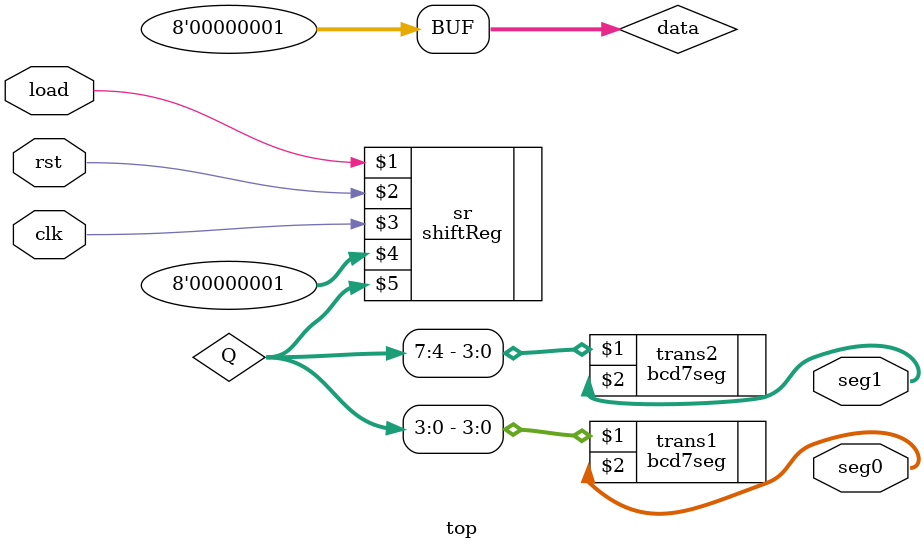
<source format=v>
module top(
	input load, rst, clk,

	output [6:0] seg0,
	output [6:0] seg1
);

reg [7:0] Q;
reg [7:0] data = 8'b1;

shiftReg sr(load, rst, clk, data, Q);

bcd7seg trans1(Q[3:0], seg0);
bcd7seg trans2(Q[7:4], seg1);

endmodule


</source>
